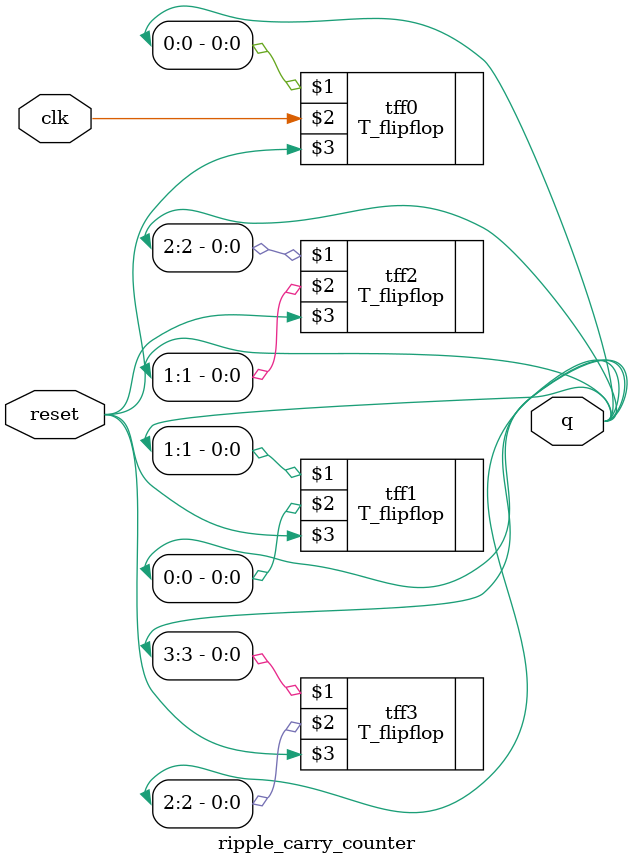
<source format=v>
module ripple_carry_counter(q,clk,reset);

output [3:0] q;
input clk, reset;

T_flipflop tff0(q[0],clk,reset);
T_flipflop tff1(q[1],q[0],reset);
T_flipflop tff2(q[2],q[1],reset);
T_flipflop tff3(q[3],q[2],reset);
endmodule

</source>
